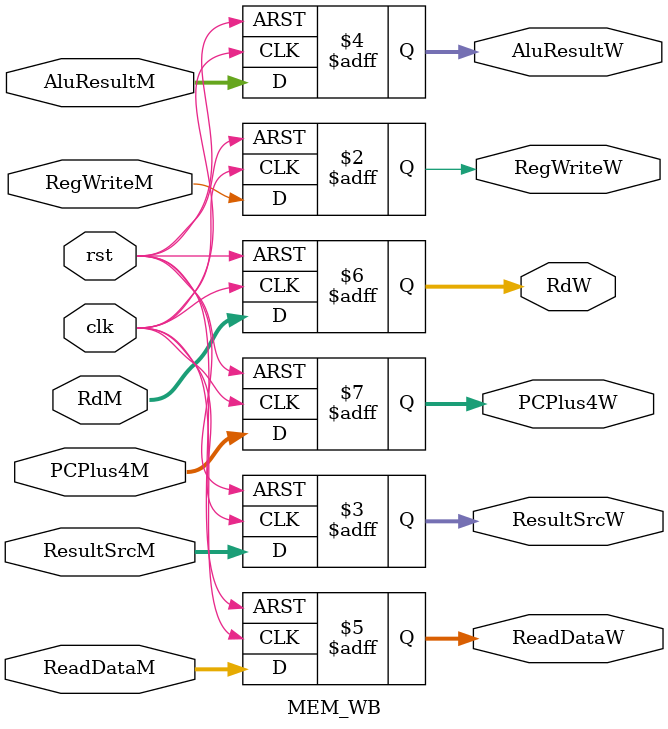
<source format=sv>
`timescale 1ns / 1ps

module MEM_WB (
    input  logic        clk, rst,
    
    // Input signals from MEM stage
    input  logic        RegWriteM,
    input  logic [1:0]  ResultSrcM,
    input  logic [31:0] AluResultM,
    input  logic [31:0] ReadDataM,
    input  logic [4:0]  RdM,
    input  logic [31:0] PCPlus4M,
    
    // Output signals to WB stage
    output logic        RegWriteW,
    output logic [1:0]  ResultSrcW,
    output logic [31:0] AluResultW,
    output logic [31:0] ReadDataW,
    output logic [4:0]  RdW,
    output logic [31:0] PCPlus4W
);

    always_ff @(posedge clk or posedge rst) begin
        if (rst) begin
            // Reset all outputs
            RegWriteW  <= 1'b0;
            ResultSrcW <= 2'b00;
            AluResultW <= 32'b0;
            ReadDataW  <= 32'b0;
            RdW        <= 5'b0;
            PCPlus4W   <= 32'b0;
        end else begin
            // Pass values from MEM stage to WB stage
            RegWriteW  <= RegWriteM;
            ResultSrcW <= ResultSrcM;
            AluResultW <= AluResultM;
            ReadDataW  <= ReadDataM;
            RdW        <= RdM;
            PCPlus4W   <= PCPlus4M;
        end
    end

endmodule
</source>
